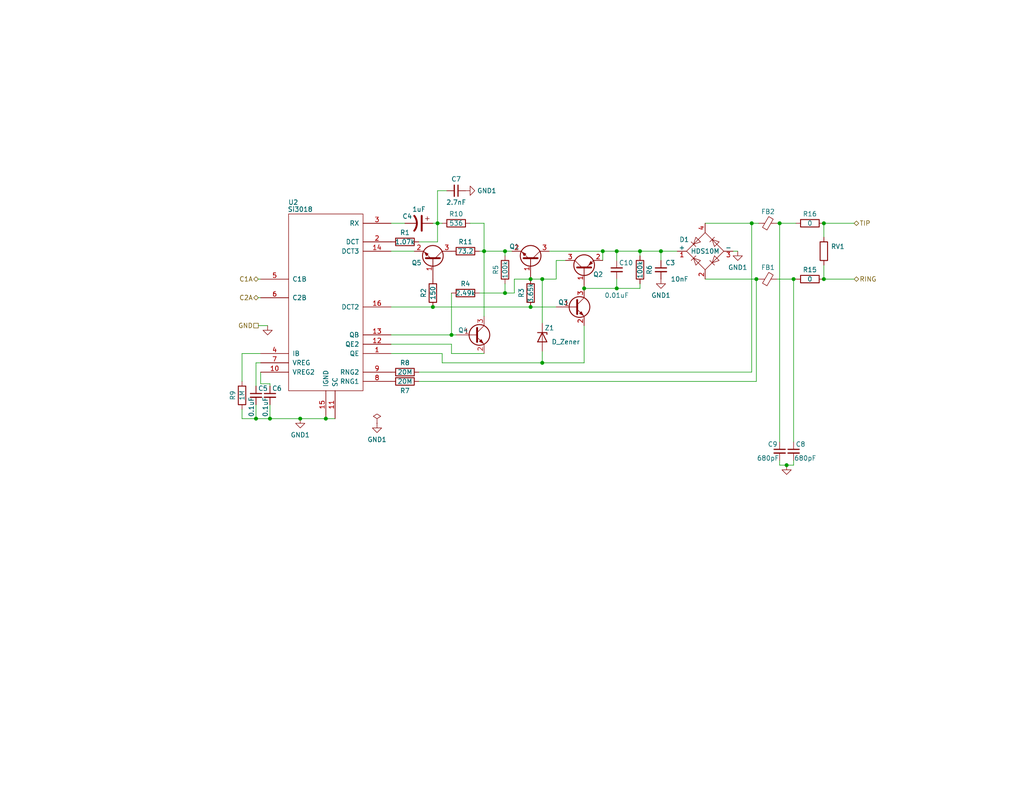
<source format=kicad_sch>
(kicad_sch (version 20230121) (generator eeschema)
  (paper "USLetter")
  (title_block (title "SkyFax") (date "2023-09-12") (rev "4.1") (company "Brian Hong") (comment 1 "@im_eningeer"))
  (lib_symbols
    (symbol "Device:C_Polarized_US" (pin_numbers hide) (pin_names (offset 0.254) hide)
      (property "Reference" "C" (at 0.635 2.54 0))
      (property "Value" "C_Polarized_US" (at 0.635 -2.54 0))
      (symbol "C_Polarized_US_0_1"
        (polyline (pts (xy -2.032 0.762) (xy 2.032 0.762)) (stroke (width 0.508)))
        (polyline (pts (xy -1.778 2.286) (xy -0.762 2.286)))
        (polyline (pts (xy -1.27 1.778) (xy -1.27 2.794)))
        (arc (start 2.032 -1.27) (mid 0 -0.5572) (end -2.032 -1.27) (stroke (width 0.508)))
      )
      (symbol "C_Polarized_US_1_1"
        (pin passive line (at 0 3.81 270) (length 2.794) (name "~") (number "1"))
        (pin passive line (at 0 -3.81 90) (length 3.302) (name "~") (number "2"))
      )
    )
    (symbol "Device:C_Small" (pin_numbers hide) (pin_names (offset 0.254) hide)
      (property "Reference" "C" (at 0.254 1.778 0))
      (property "Value" "C_Small" (at 0.254 -2.032 0))
      (symbol "C_Small_0_1"
        (polyline (pts (xy -1.524 -0.508) (xy 1.524 -0.508)) (stroke (width 0.3302)))
        (polyline (pts (xy -1.524 0.508) (xy 1.524 0.508)) (stroke (width 0.3048)))
      )
      (symbol "C_Small_1_1"
        (pin passive line (at 0 2.54 270) (length 2.032) (name "~") (number "1"))
        (pin passive line (at 0 -2.54 90) (length 2.032) (name "~") (number "2"))
      )
    )
    (symbol "Device:D_Zener" (pin_numbers hide) (pin_names (offset 1.016) hide)
      (property "Reference" "D" (at 0 2.54 0))
      (property "Value" "D_Zener" (at 0 -2.54 0))
      (symbol "D_Zener_0_1"
        (polyline (pts (xy 1.27 0) (xy -1.27 0)))
        (polyline (pts (xy -1.27 -1.27) (xy -1.27 1.27) (xy -0.762 1.27)) (stroke (width 0.254)))
        (polyline (pts (xy 1.27 -1.27) (xy 1.27 1.27) (xy -1.27 0) (xy 1.27 -1.27)) (stroke (width 0.254)))
      )
      (symbol "D_Zener_1_1"
        (pin passive line (at -3.81 0 0) (length 2.54) (name "K") (number "1"))
        (pin passive line (at 3.81 0 180) (length 2.54) (name "A") (number "2"))
      )
    )
    (symbol "Device:FerriteBead_Small" (pin_numbers hide) (pin_names (offset 0))
      (property "Reference" "FB" (at 1.905 1.27 0))
      (property "Value" "FerriteBead_Small" (at 1.905 -1.27 0))
      (symbol "FerriteBead_Small_0_1"
        (polyline (pts (xy 0 -1.27) (xy 0 -0.7874)))
        (polyline (pts (xy 0 0.889) (xy 0 1.2954)))
        (polyline (pts (xy -1.8288 0.2794) (xy -1.1176 1.4986) (xy 1.8288 -0.2032) (xy 1.1176 -1.4224) (xy -1.8288 0.2794)))
      )
      (symbol "FerriteBead_Small_1_1"
        (pin passive line (at 0 2.54 270) (length 1.27) (name "~") (number "1"))
        (pin passive line (at 0 -2.54 90) (length 1.27) (name "~") (number "2"))
      )
    )
    (symbol "Device:Q_NPN_BEC" (pin_names (offset 0) hide)
      (property "Reference" "Q" (at 5.08 1.27 0))
      (property "Value" "Q_NPN_BEC" (at 5.08 -1.27 0))
      (symbol "Q_NPN_BEC_0_1"
        (polyline (pts (xy 0.635 0.635) (xy 2.54 2.54)))
        (polyline (pts (xy 0.635 -0.635) (xy 2.54 -2.54) (xy 2.54 -2.54)))
        (polyline (pts (xy 0.635 1.905) (xy 0.635 -1.905) (xy 0.635 -1.905)) (stroke (width 0.508)))
        (polyline (pts (xy 1.27 -1.778) (xy 1.778 -1.27) (xy 2.286 -2.286) (xy 1.27 -1.778) (xy 1.27 -1.778)) (fill (type outline)))
        (circle (center 1.27 0) (radius 2.8194) (stroke (width 0.254)))
      )
      (symbol "Q_NPN_BEC_1_1"
        (pin input line (at -5.08 0 0) (length 5.715) (name "B") (number "1"))
        (pin passive line (at 2.54 -5.08 90) (length 2.54) (name "E") (number "2"))
        (pin passive line (at 2.54 5.08 270) (length 2.54) (name "C") (number "3"))
      )
    )
    (symbol "Device:Q_PNP_BEC" (pin_names (offset 0) hide)
      (property "Reference" "Q" (at 5.08 1.27 0))
      (property "Value" "Q_PNP_BEC" (at 5.08 -1.27 0))
      (symbol "Q_PNP_BEC_0_1"
        (polyline (pts (xy 0.635 0.635) (xy 2.54 2.54)))
        (polyline (pts (xy 0.635 -0.635) (xy 2.54 -2.54) (xy 2.54 -2.54)))
        (polyline (pts (xy 0.635 1.905) (xy 0.635 -1.905) (xy 0.635 -1.905)) (stroke (width 0.508)))
        (polyline (pts (xy 2.286 -1.778) (xy 1.778 -2.286) (xy 1.27 -1.27) (xy 2.286 -1.778) (xy 2.286 -1.778)) (fill (type outline)))
        (circle (center 1.27 0) (radius 2.8194) (stroke (width 0.254)))
      )
      (symbol "Q_PNP_BEC_1_1"
        (pin input line (at -5.08 0 0) (length 5.715) (name "B") (number "1"))
        (pin passive line (at 2.54 -5.08 90) (length 2.54) (name "E") (number "2"))
        (pin passive line (at 2.54 5.08 270) (length 2.54) (name "C") (number "3"))
      )
    )
    (symbol "Device:R" (pin_numbers hide) (pin_names (offset 0))
      (property "Reference" "R" (at 2.032 0 90))
      (property "Value" "R" (at 0 0 90))
      (symbol "R_0_1"
        (rectangle (start -1.016 -2.54) (end 1.016 2.54) (stroke (width 0.254)))
      )
      (symbol "R_1_1"
        (pin passive line (at 0 3.81 270) (length 1.27) (name "~") (number "1"))
        (pin passive line (at 0 -3.81 90) (length 1.27) (name "~") (number "2"))
      )
    )
    (symbol "SkyFax:HDS10M" (pin_names (offset 0))
      (property "Reference" "D" (at 2.54 6.985 0))
      (property "Value" "HDS10M" (at 2.54 5.08 0))
      (symbol "HDS10M_0_1"
        (polyline (pts (xy -2.54 3.81) (xy -1.27 2.54)))
        (polyline (pts (xy -1.27 -2.54) (xy -2.54 -3.81)))
        (polyline (pts (xy 2.54 -1.27) (xy 3.81 -2.54)))
        (polyline (pts (xy 2.54 1.27) (xy 3.81 2.54)))
        (polyline (pts (xy -3.81 2.54) (xy -2.54 1.27) (xy -1.905 3.175) (xy -3.81 2.54)))
        (polyline (pts (xy -2.54 -1.27) (xy -3.81 -2.54) (xy -1.905 -3.175) (xy -2.54 -1.27)))
        (polyline (pts (xy 1.27 2.54) (xy 2.54 3.81) (xy 3.175 1.905) (xy 1.27 2.54)))
        (polyline (pts (xy 3.175 -1.905) (xy 1.27 -2.54) (xy 2.54 -3.81) (xy 3.175 -1.905)))
        (polyline (pts (xy -5.08 0) (xy 0 -5.08) (xy 5.08 0) (xy 0 5.08) (xy -5.08 0)))
      )
      (symbol "HDS10M_1_1"
        (pin passive line (at 7.62 0 180) (length 2.54) (name "+") (number "1"))
        (pin passive line (at 0 -7.62 90) (length 2.54) (name "~") (number "2"))
        (pin passive line (at -7.62 0 0) (length 2.54) (name "-") (number "3"))
        (pin passive line (at 0 7.62 270) (length 2.54) (name "~") (number "4"))
      )
    )
    (symbol "SkyFax:SI3018-F-FSR" (pin_names (offset 1.016))
      (property "Reference" "U" (at 0 0 0))
      (property "Value" "Si3018" (at 0 2.54 0))
      (property "DIGIKEY" "336-4140-2-ND" (at 0 0 0))
      (symbol "SI3018-F-FSR_1_0"
        (rectangle (start -10.16 30.48) (end 10.16 -17.78))
        (pin power_in line (at 0 -25.4 90) (length 7.62) (name "IGND") (number "15"))
        (pin bidirectional line (at 17.78 5.08 180) (length 7.62) (name "DCT2") (number "16"))
      )
      (symbol "SI3018-F-FSR_1_1"
        (pin bidirectional line (at 17.78 -7.62 180) (length 7.62) (name "QE") (number "1"))
        (pin power_out line (at -17.78 -12.7 0) (length 7.62) (name "VREG2") (number "10"))
        (pin bidirectional line (at 2.54 -25.4 90) (length 7.62) (name "SC") (number "11"))
        (pin bidirectional line (at 17.78 -5.08 180) (length 7.62) (name "QE2") (number "12"))
        (pin bidirectional line (at 17.78 -2.54 180) (length 7.62) (name "QB") (number "13"))
        (pin bidirectional line (at 17.78 20.32 180) (length 7.62) (name "DCT3") (number "14"))
        (pin bidirectional line (at 17.78 22.86 180) (length 7.62) (name "DCT") (number "2"))
        (pin bidirectional line (at 17.78 27.94 180) (length 7.62) (name "RX") (number "3"))
        (pin bidirectional line (at -17.78 -7.62 0) (length 7.62) (name "IB") (number "4"))
        (pin bidirectional line (at -17.78 12.7 0) (length 7.62) (name "C1B") (number "5"))
        (pin bidirectional line (at -17.78 7.62 0) (length 7.62) (name "C2B") (number "6"))
        (pin power_out line (at -17.78 -10.16 0) (length 7.62) (name "VREG") (number "7"))
        (pin bidirectional line (at 17.78 -15.24 180) (length 7.62) (name "RNG1") (number "8"))
        (pin bidirectional line (at 17.78 -12.7 180) (length 7.62) (name "RNG2") (number "9"))
      )
    )
    (symbol "power:GND" (power) (pin_names (offset 0))
      (property "Value" "GND" (at 0 -3.81 0))
      (symbol "GND_0_1"
        (polyline (pts (xy 0 0) (xy 0 -1.27) (xy 1.27 -1.27) (xy 0 -2.54) (xy -1.27 -1.27) (xy 0 -1.27)))
      )
      (symbol "GND_1_1"
        (pin power_in line (at 0 0 270) (length 0) hide (name "GND") (number "1"))
      )
    )
    (symbol "power:GND1" (power) (pin_names (offset 0))
      (property "Value" "GND1" (at 0 -3.81 0))
      (symbol "GND1_0_1"
        (polyline (pts (xy 0 0) (xy 0 -1.27) (xy 1.27 -1.27) (xy 0 -2.54) (xy -1.27 -1.27) (xy 0 -1.27)))
      )
      (symbol "GND1_1_1"
        (pin power_in line (at 0 0 270) (length 0) hide (name "GND1") (number "1"))
      )
    )
    (symbol "power:PWR_FLAG" (power) (pin_numbers hide) (pin_names (offset 0) hide)
      (property "Value" "PWR_FLAG" (at 0 3.81 0))
      (symbol "PWR_FLAG_0_0"
        (pin power_out line (at 0 0 90) (length 0) (name "pwr") (number "1"))
      )
      (symbol "PWR_FLAG_0_1"
        (polyline (pts (xy 0 0) (xy 0 1.27) (xy -1.016 1.905) (xy 0 2.54) (xy 1.016 1.905) (xy 0 1.27)))
      )
    )
  )
  (junction (at 123.19 91.44))
  (junction (at 69.85 114.3))
  (junction (at 174.625 68.58))
  (junction (at 224.79 60.96))
  (junction (at 205.105 60.96))
  (junction (at 132.08 68.58))
  (junction (at 88.9 114.3))
  (junction (at 206.375 76.2))
  (junction (at 137.795 68.58))
  (junction (at 144.78 76.2))
  (junction (at 212.725 60.96))
  (junction (at 119.38 60.96))
  (junction (at 164.465 68.58))
  (junction (at 118.11 83.82))
  (junction (at 144.78 83.82))
  (junction (at 81.915 114.3))
  (junction (at 168.275 78.74))
  (junction (at 168.275 68.58))
  (junction (at 147.955 76.2))
  (junction (at 137.795 80.01))
  (junction (at 147.955 99.06))
  (junction (at 180.34 68.58))
  (junction (at 214.63 127))
  (junction (at 159.385 78.74))
  (junction (at 224.79 76.2))
  (junction (at 216.535 76.2))
  (junction (at 73.66 114.3))
  (wire (pts (xy 224.79 76.2) (xy 233.045 76.2)))
  (wire (pts (xy 120.65 96.52) (xy 120.65 99.06)))
  (wire (pts (xy 123.19 80.01) (xy 123.19 91.44)))
  (wire (pts (xy 174.625 77.47) (xy 174.625 78.74)))
  (wire (pts (xy 164.465 68.58) (xy 168.275 68.58)))
  (wire (pts (xy 144.78 76.2) (xy 140.335 76.2)))
  (wire (pts (xy 106.68 93.98) (xy 123.19 93.98)))
  (wire (pts (xy 70.485 76.2) (xy 71.12 76.2)))
  (wire (pts (xy 147.955 99.06) (xy 159.385 99.06)))
  (wire (pts (xy 180.34 68.58) (xy 184.785 68.58)))
  (wire (pts (xy 70.485 81.28) (xy 71.12 81.28)))
  (wire (pts (xy 180.34 71.12) (xy 180.34 68.58)))
  (wire (pts (xy 224.79 72.39) (xy 224.79 76.2)))
  (wire (pts (xy 66.04 111.76) (xy 66.04 114.3)))
  (wire (pts (xy 120.65 99.06) (xy 147.955 99.06)))
  (wire (pts (xy 114.3 66.04) (xy 119.38 66.04)))
  (wire (pts (xy 212.09 60.96) (xy 212.725 60.96)))
  (wire (pts (xy 144.78 83.82) (xy 151.765 83.82)))
  (wire (pts (xy 151.765 76.2) (xy 151.765 71.12)))
  (wire (pts (xy 66.04 104.14) (xy 66.04 96.52)))
  (wire (pts (xy 168.275 78.74) (xy 168.275 76.2)))
  (wire (pts (xy 192.405 60.96) (xy 205.105 60.96)))
  (wire (pts (xy 168.275 68.58) (xy 168.275 71.12)))
  (wire (pts (xy 147.955 88.265) (xy 147.955 76.2)))
  (wire (pts (xy 71.12 104.775) (xy 71.12 101.6)))
  (wire (pts (xy 119.38 66.04) (xy 119.38 60.96)))
  (wire (pts (xy 123.19 96.52) (xy 132.08 96.52)))
  (wire (pts (xy 119.38 60.96) (xy 118.11 60.96)))
  (wire (pts (xy 224.79 60.96) (xy 233.045 60.96)))
  (wire (pts (xy 147.955 76.2) (xy 144.78 76.2)))
  (wire (pts (xy 132.08 60.96) (xy 132.08 68.58)))
  (wire (pts (xy 212.725 127) (xy 214.63 127)))
  (wire (pts (xy 192.405 76.2) (xy 206.375 76.2)))
  (wire (pts (xy 106.68 60.96) (xy 110.49 60.96)))
  (wire (pts (xy 69.85 99.06) (xy 71.12 99.06)))
  (wire (pts (xy 147.955 76.2) (xy 151.765 76.2)))
  (wire (pts (xy 140.335 76.2) (xy 140.335 80.01)))
  (wire (pts (xy 66.04 96.52) (xy 71.12 96.52)))
  (wire (pts (xy 212.09 76.2) (xy 216.535 76.2)))
  (wire (pts (xy 119.38 52.07) (xy 121.92 52.07)))
  (wire (pts (xy 130.81 80.01) (xy 137.795 80.01)))
  (wire (pts (xy 132.08 68.58) (xy 132.08 86.36)))
  (wire (pts (xy 216.535 76.2) (xy 216.535 120.65)))
  (wire (pts (xy 137.795 68.58) (xy 137.795 69.85)))
  (wire (pts (xy 81.915 114.3) (xy 88.9 114.3)))
  (wire (pts (xy 164.465 68.58) (xy 164.465 71.12)))
  (wire (pts (xy 200.025 68.58) (xy 201.295 68.58)))
  (wire (pts (xy 151.765 71.12) (xy 154.305 71.12)))
  (wire (pts (xy 137.795 68.58) (xy 139.7 68.58)))
  (wire (pts (xy 224.79 60.96) (xy 224.79 64.77)))
  (wire (pts (xy 69.85 114.3) (xy 73.66 114.3)))
  (wire (pts (xy 140.335 80.01) (xy 137.795 80.01)))
  (wire (pts (xy 132.08 68.58) (xy 130.81 68.58)))
  (wire (pts (xy 159.385 88.9) (xy 159.385 99.06)))
  (wire (pts (xy 207.01 76.2) (xy 206.375 76.2)))
  (wire (pts (xy 137.795 80.01) (xy 137.795 77.47)))
  (wire (pts (xy 159.385 78.74) (xy 168.275 78.74)))
  (wire (pts (xy 69.85 105.41) (xy 69.85 99.06)))
  (wire (pts (xy 174.625 68.58) (xy 168.275 68.58)))
  (wire (pts (xy 106.68 83.82) (xy 118.11 83.82)))
  (wire (pts (xy 73.66 114.3) (xy 81.915 114.3)))
  (wire (pts (xy 73.025 88.9) (xy 70.485 88.9)))
  (wire (pts (xy 205.105 60.96) (xy 207.01 60.96)))
  (wire (pts (xy 119.38 60.96) (xy 119.38 52.07)))
  (wire (pts (xy 147.955 99.06) (xy 147.955 95.885)))
  (wire (pts (xy 132.08 68.58) (xy 137.795 68.58)))
  (wire (pts (xy 174.625 78.74) (xy 168.275 78.74)))
  (wire (pts (xy 216.535 125.73) (xy 216.535 127)))
  (wire (pts (xy 114.3 104.14) (xy 206.375 104.14)))
  (wire (pts (xy 73.66 110.49) (xy 73.66 114.3)))
  (wire (pts (xy 119.38 60.96) (xy 120.65 60.96)))
  (wire (pts (xy 106.68 91.44) (xy 123.19 91.44)))
  (wire (pts (xy 66.04 114.3) (xy 69.85 114.3)))
  (wire (pts (xy 180.34 68.58) (xy 174.625 68.58)))
  (wire (pts (xy 118.11 83.82) (xy 144.78 83.82)))
  (wire (pts (xy 212.725 60.96) (xy 217.17 60.96)))
  (wire (pts (xy 123.19 91.44) (xy 124.46 91.44)))
  (wire (pts (xy 88.9 114.3) (xy 91.44 114.3)))
  (wire (pts (xy 206.375 76.2) (xy 206.375 104.14)))
  (wire (pts (xy 212.725 60.96) (xy 212.725 120.65)))
  (wire (pts (xy 123.19 93.98) (xy 123.19 96.52)))
  (wire (pts (xy 174.625 69.85) (xy 174.625 68.58)))
  (wire (pts (xy 205.105 101.6) (xy 205.105 60.96)))
  (wire (pts (xy 149.86 68.58) (xy 164.465 68.58)))
  (wire (pts (xy 69.85 110.49) (xy 69.85 114.3)))
  (wire (pts (xy 106.68 96.52) (xy 120.65 96.52)))
  (wire (pts (xy 73.66 104.775) (xy 71.12 104.775)))
  (wire (pts (xy 106.68 68.58) (xy 113.03 68.58)))
  (wire (pts (xy 73.66 104.775) (xy 73.66 105.41)))
  (wire (pts (xy 128.27 60.96) (xy 132.08 60.96)))
  (wire (pts (xy 216.535 127) (xy 214.63 127)))
  (wire (pts (xy 216.535 76.2) (xy 217.17 76.2)))
  (wire (pts (xy 212.725 125.73) (xy 212.725 127)))
  (wire (pts (xy 114.3 101.6) (xy 205.105 101.6)))
  (hierarchical_label "RING" (shape bidirectional) (at 233.045 76.2 0))
  (hierarchical_label "C2A" (shape bidirectional) (at 70.485 81.28 180))
  (hierarchical_label "GND" (shape passive) (at 70.485 88.9 180))
  (hierarchical_label "C1A" (shape bidirectional) (at 70.485 76.2 180))
  (hierarchical_label "TIP" (shape bidirectional) (at 233.045 60.96 0))
  (symbol (lib_id "Device:R") (at 127 68.58 90) (unit 1)
    (property "Reference" "R11" (at 127 66.04 90))
    (property "Value" "73.2" (at 127 68.58 90))
    (property "Footprint" "Resistor_SMD:R_2010_5025Metric" (effects hide))
    (property "DIGIKEY" "13-RC2010FK-0773R2LCT-ND" (effects hide))
  )
  (symbol (lib_id "Device:C_Small") (at 124.46 52.07 270) (unit 1)
    (property "Reference" "C7" (at 124.46 48.895 90))
    (property "Value" "2.7nF" (at 124.46 55.245 90))
    (property "Footprint" "Capacitor_SMD:C_0603_1608Metric" (effects hide))
    (property "DIGIKEY" "2679-C0603X7R500-272MNE-CT-ND" (effects hide))
  )
  (symbol (lib_id "Device:C_Small") (at 180.34 73.66 0) (unit 1)
    (property "Reference" "C3" (at 182.88 71.755 0))
    (property "Value" "10nF" (at 185.42 76.2 0))
    (property "Footprint" "Capacitor_SMD:C_0805_2012Metric" (effects hide))
    (property "DIGIKEY" "2679-C0805X7R251-103KNE-CT-ND" (effects hide))
  )
  (symbol (lib_id "Device:R") (at 110.49 101.6 90) (unit 1)
    (property "Reference" "R8" (at 110.49 99.06 90))
    (property "Value" "20M" (at 110.49 101.6 90))
    (property "Footprint" "Resistor_SMD:R_0805_2012Metric" (effects hide))
    (property "DIGIKEY" "13-RC0805JR-0720MLCT-ND" (effects hide))
  )
  (symbol (lib_id "Device:R") (at 174.625 73.66 0) (unit 1)
    (property "Reference" "R6" (at 177.165 73.66 90))
    (property "Value" "100k" (at 174.625 73.66 90))
    (property "Footprint" "Resistor_SMD:R_0603_1608Metric" (effects hide))
    (property "DIGIKEY" "A130103CT-ND" (effects hide))
  )
  (symbol (lib_id "Device:D_Zener") (at 147.955 92.075 270) (unit 1)
    (property "Reference" "Z1" (at 148.59 89.535 90) (effects (justify left)))
    (property "Value" "D_Zener" (at 150.495 93.345 90) (effects (justify left)))
    (property "Footprint" "Diode_SMD:D_SOD-123" (effects hide))
    (property "DIGIKEY" "BZT52C43-FDICT-ND" (effects hide))
  )
  (symbol (lib_id "power:GND1") (at 127 52.07 90) (unit 1)
    (property "Reference" "#PWR01" (effects hide))
    (property "Value" "GND1" (at 130.175 52.07 90) (effects (justify right)))
    (instances (project "SkyFax" (path "" (reference "#PWR01") (unit 1)) (path "" (reference "#PWR02") (unit 1))))
  )
  (symbol (lib_id "SkyFax:SI3018-F-FSR") (at 88.9 88.9 0) (unit 1)
    (property "Reference" "U2" (at 80.01 55.245 0))
    (property "Value" "Si3018" (at 81.915 57.15 0))
    (property "Footprint" "Package_SO:SOIC-16_3.9x9.9mm_P1.27mm" (effects hide))
    (property "Datasheet" "https://www.skyworksinc.com/-/media/Skyworks/SL/documents/public/data-sheets/si3056.pdf" (effects hide))
    (property "DIGIKEY" "336-4140-2-ND" (effects hide))
  )
  (symbol (lib_id "SkyFax:HDS10M") (at 192.405 68.58 0) (mirror y) (unit 1)
    (property "Reference" "D1" (at 186.69 65.405 0))
    (property "Value" "HDS10M" (at 192.405 68.58 0))
    (property "Footprint" "FaxCam:Diodes_Inc_4-SMD" (effects hide))
    (property "Datasheet" "https://www.diodes.com/assets/Datasheets/HDS10M.pdf" (effects hide))
    (property "DIGIKEY" "HDS10M-13DICT-ND" (effects hide))
  )
  (symbol (lib_id "Device:R") (at 110.49 104.14 270) (unit 1)
    (property "Reference" "R7" (at 110.49 106.68 90))
    (property "Value" "20M" (at 110.49 104.14 90))
    (property "Footprint" "Resistor_SMD:R_0805_2012Metric" (effects hide))
    (property "DIGIKEY" "13-RC0805JR-0720MLCT-ND" (effects hide))
  )
  (symbol (lib_id "Device:R") (at 220.98 60.96 90) (unit 1)
    (property "Reference" "R16" (at 220.98 58.42 90))
    (property "Value" "0" (at 220.98 60.96 90))
    (property "Footprint" "Resistor_SMD:R_0603_1608Metric" (effects hide))
    (property "DIGIKEY" "36-5110CT-ND" (effects hide))
  )
  (symbol (lib_id "Device:R") (at 110.49 66.04 90) (unit 1)
    (property "Reference" "R1" (at 110.49 63.5 90))
    (property "Value" "1.07k" (at 110.49 66.04 90))
    (property "Footprint" "Resistor_SMD:R_2010_5025Metric" (effects hide))
    (property "DIGIKEY" "13-RC2010FK-071K07LCT-ND" (effects hide))
  )
  (symbol (lib_id "Device:Q_NPN_BEC") (at 118.11 71.12 270) (mirror x) (unit 1)
    (property "Reference" "Q5" (at 113.665 71.755 90))
    (property "Value" "Q_NPN_BEC" (effects hide))
    (property "Footprint" "Package_TO_SOT_SMD:SOT-23-3" (effects hide))
    (property "DIGIKEY" "MMBTA06LT1GOSCT-ND" (effects hide))
  )
  (symbol (lib_id "Device:R") (at 127 80.01 90) (unit 1)
    (property "Reference" "R4" (at 127 77.47 90))
    (property "Value" "2.49k" (at 127 80.01 90))
    (property "Footprint" "Resistor_SMD:R_2010_5025Metric" (effects hide))
    (property "DIGIKEY" "738-RMCF2010FT2K49CT-ND" (effects hide))
  )
  (symbol (lib_id "Device:R") (at 224.79 68.58 0) (unit 1)
    (property "Reference" "RV1" (at 226.695 67.31 0) (effects (justify left)))
    (property "Footprint" "Diode_SMD:D_SMB" (effects hide))
    (property "DIGIKEY" "P3100SBLRPCT-ND" (effects hide))
  )
  (symbol (lib_id "power:GND") (at 73.025 88.9 0) (unit 1)
    (property "Reference" "#PWR04" (effects hide))
    (property "Value" "GND" (effects hide))
    (instances (project "SkyFax" (path "" (reference "#PWR04") (unit 1)) (path "" (reference "#PWR033") (unit 1))))
  )
  (symbol (lib_id "Device:R") (at 220.98 76.2 90) (unit 1)
    (property "Reference" "R15" (at 220.98 73.66 90))
    (property "Value" "0" (at 220.98 76.2 90))
    (property "Footprint" "Resistor_SMD:R_0603_1608Metric" (effects hide))
    (property "DIGIKEY" "36-5110CT-ND" (effects hide))
  )
  (symbol (lib_id "Device:Q_NPN_BEC") (at 144.78 71.12 270) (mirror x) (unit 1)
    (property "Reference" "Q1" (at 140.335 67.31 90))
    (property "Value" "Q_NPN_BEC" (effects hide))
    (property "Footprint" "Package_TO_SOT_SMD:SOT-23-3" (effects hide))
    (property "DIGIKEY" "MMBTA42LT1GOSCT-ND" (effects hide))
  )
  (symbol (lib_id "Device:Q_NPN_BEC") (at 156.845 83.82 0) (unit 1)
    (property "Reference" "Q3" (at 153.67 82.55 0))
    (property "Value" "Q_NPN_BEC" (effects hide))
    (property "Footprint" "Package_TO_SOT_SMD:SOT-23-3" (effects hide))
    (property "DIGIKEY" "MMBTA42LT1GOSCT-ND" (effects hide))
  )
  (symbol (lib_id "power:GND1") (at 201.295 68.58 0) (unit 1)
    (property "Reference" "#PWR03" (effects hide))
    (property "Value" "GND1" (at 201.295 73.025 0))
    (instances (project "SkyFax" (path "" (reference "#PWR03") (unit 1)) (path "" (reference "#PWR04") (unit 1))))
  )
  (symbol (lib_id "Device:C_Small") (at 212.725 123.19 0) (unit 1)
    (property "Reference" "C9" (at 210.82 121.285 0))
    (property "Value" "680pF" (at 209.55 125.095 0))
    (property "Footprint" "FaxCam:C_1808" (effects hide))
    (property "DIGIKEY" "4587-SCC1808X681K502TGCT-ND" (effects hide))
  )
  (symbol (lib_id "Device:R") (at 66.04 107.95 180) (unit 1)
    (property "Reference" "R9" (at 63.5 107.95 90))
    (property "Value" "1M" (at 66.04 107.95 90))
    (property "Footprint" "Resistor_SMD:R_0603_1608Metric" (effects hide))
    (property "DIGIKEY" "A121559CT-ND" (effects hide))
  )
  (symbol (lib_id "Device:R") (at 118.11 80.01 180) (unit 1)
    (property "Reference" "R2" (at 115.57 80.01 90))
    (property "Value" "150" (at 118.11 80.01 90))
    (property "Footprint" "Resistor_SMD:R_0603_1608Metric" (effects hide))
    (property "DIGIKEY" "311-150HRCT-ND" (effects hide))
  )
  (symbol (lib_id "power:GND1") (at 180.34 76.2 0) (unit 1)
    (property "Reference" "#PWR02" (effects hide))
    (property "Value" "GND1" (at 180.34 80.645 0))
    (instances (project "SkyFax" (path "" (reference "#PWR02") (unit 1)) (path "" (reference "#PWR03") (unit 1))))
  )
  (symbol (lib_id "Device:C_Small") (at 216.535 123.19 0) (unit 1)
    (property "Reference" "C8" (at 218.44 121.285 0))
    (property "Value" "680pF" (at 219.71 125.095 0))
    (property "Footprint" "FaxCam:C_1808" (effects hide))
    (property "DIGIKEY" "4587-SCC1808X681K502TGCT-ND" (effects hide))
  )
  (symbol (lib_id "Device:R") (at 137.795 73.66 180) (unit 1)
    (property "Reference" "R5" (at 135.255 73.66 90))
    (property "Value" "100k" (at 137.795 73.66 90))
    (property "Footprint" "Resistor_SMD:R_0603_1608Metric" (effects hide))
    (property "DIGIKEY" "A130103CT-ND" (effects hide))
  )
  (symbol (lib_id "Device:C_Small") (at 69.85 107.95 0) (unit 1)
    (property "Reference" "C5" (at 71.755 106.045 0))
    (property "Value" "0.1uF" (at 68.58 111.125 90))
    (property "Footprint" "Capacitor_SMD:C_0603_1608Metric" (effects hide))
    (property "DIGIKEY" "2679-C0603X7R160-104MNE-CT-ND" (effects hide))
  )
  (symbol (lib_id "Device:FerriteBead_Small") (at 209.55 60.96 90) (unit 1)
    (property "Reference" "FB2" (at 209.55 57.785 90))
    (property "Value" "FerriteBead_Small" (effects hide))
    (property "Footprint" "Inductor_SMD:L_0805_2012Metric" (effects hide))
    (property "DIGIKEY" "490-1040-1-ND" (effects hide))
    (instances (project "SkyFax" (path "" (reference "FB2") (unit 1)) (path "" (reference "FB1") (unit 1))))
  )
  (symbol (lib_id "Device:C_Small") (at 168.275 73.66 0) (unit 1)
    (property "Reference" "C10" (at 170.815 71.755 0))
    (property "Value" "0.01uF" (at 168.275 80.645 0))
    (property "Footprint" "Capacitor_SMD:C_0603_1608Metric" (effects hide))
    (property "DIGIKEY" "2679-C0603X7R160-103MNE-CT-ND" (effects hide))
  )
  (symbol (lib_id "Device:FerriteBead_Small") (at 209.55 76.2 90) (unit 1)
    (property "Reference" "FB1" (at 209.55 73.025 90))
    (property "Value" "FerriteBead_Small" (effects hide))
    (property "Footprint" "Inductor_SMD:L_0805_2012Metric" (effects hide))
    (property "DIGIKEY" "490-1040-1-ND" (effects hide))
    (instances (project "SkyFax" (path "" (reference "FB1") (unit 1)) (path "" (reference "FB2") (unit 1))))
  )
  (symbol (lib_id "Device:C_Polarized_US") (at 114.3 60.96 270) (unit 1)
    (property "Reference" "C4" (at 111.125 59.055 90))
    (property "Value" "1uF" (at 114.3 57.15 90))
    (property "Footprint" "Capacitor_SMD:CP_Elec_4x3" (effects hide))
    (property "DIGIKEY" "PCE3912CT-ND" (effects hide))
  )
  (symbol (lib_id "Device:Q_PNP_BEC") (at 159.385 73.66 90) (unit 1)
    (property "Reference" "Q2" (at 163.195 74.93 90))
    (property "Value" "Q_PNP_BEC" (effects hide))
    (property "Footprint" "Package_TO_SOT_SMD:SOT-23-3" (effects hide))
    (property "DIGIKEY" "MMBTA92LT1GOSCT-ND" (effects hide))
  )
  (symbol (lib_id "power:GND") (at 214.63 127 0) (unit 1)
    (property "Reference" "#PWR04" (effects hide))
    (property "Value" "GND" (effects hide))
    (instances (project "SkyFax" (path "" (reference "#PWR04") (unit 1)) (path "" (reference "#PWR05") (unit 1))))
  )
  (symbol (lib_id "Device:R") (at 124.46 60.96 90) (unit 1)
    (property "Reference" "R10" (at 124.46 58.42 90))
    (property "Value" "536" (at 124.46 60.96 90))
    (property "Footprint" "Resistor_SMD:R_1210_3225Metric" (effects hide))
    (property "DIGIKEY" "541-536AACT-ND" (effects hide))
  )
  (symbol (lib_id "Device:R") (at 144.78 80.01 180) (unit 1)
    (property "Reference" "R3" (at 142.24 80.01 90))
    (property "Value" "3.65k" (at 144.78 80.01 90))
    (property "Footprint" "Resistor_SMD:R_2010_5025Metric" (effects hide))
    (property "DIGIKEY" "13-RC2010FK-073K65LCT-ND" (effects hide))
  )
  (symbol (lib_id "power:PWR_FLAG") (at 102.87 115.57 0) (unit 1)
    (property "Reference" "#FLG01" (effects hide))
    (property "Value" "PWR_FLAG" (effects hide))
  )
  (symbol (lib_id "Device:C_Small") (at 73.66 107.95 0) (unit 1)
    (property "Reference" "C6" (at 75.565 106.045 0))
    (property "Value" "0.1uF" (at 72.39 111.125 90))
    (property "Footprint" "Capacitor_SMD:C_0603_1608Metric" (effects hide))
    (property "DIGIKEY" "2679-C0603X7R160-104MNE-CT-ND" (effects hide))
  )
  (symbol (lib_id "power:GND1") (at 81.915 114.3 0) (unit 1)
    (property "Reference" "#PWR05" (effects hide))
    (property "Value" "GND1" (at 81.915 118.745 0))
    (instances (project "SkyFax" (path "" (reference "#PWR05") (unit 1)) (path "" (reference "#PWR01") (unit 1))))
  )
  (symbol (lib_id "power:GND1") (at 102.87 115.57 0) (unit 1)
    (property "Reference" "#PWR05" (effects hide))
    (property "Value" "GND1" (at 102.87 120.015 0))
    (instances (project "SkyFax" (path "" (reference "#PWR05") (unit 1)) (path "" (reference "#PWR012") (unit 1))))
  )
  (symbol (lib_id "Device:Q_NPN_BEC") (at 129.54 91.44 0) (unit 1)
    (property "Reference" "Q4" (at 126.365 90.17 0))
    (property "Value" "Q_NPN_BEC" (effects hide))
    (property "Footprint" "Package_TO_SOT_SMD:SOT-23-3" (effects hide))
    (property "DIGIKEY" "MMBTA06LT1GOSCT-ND" (effects hide))
  )
)
</source>
